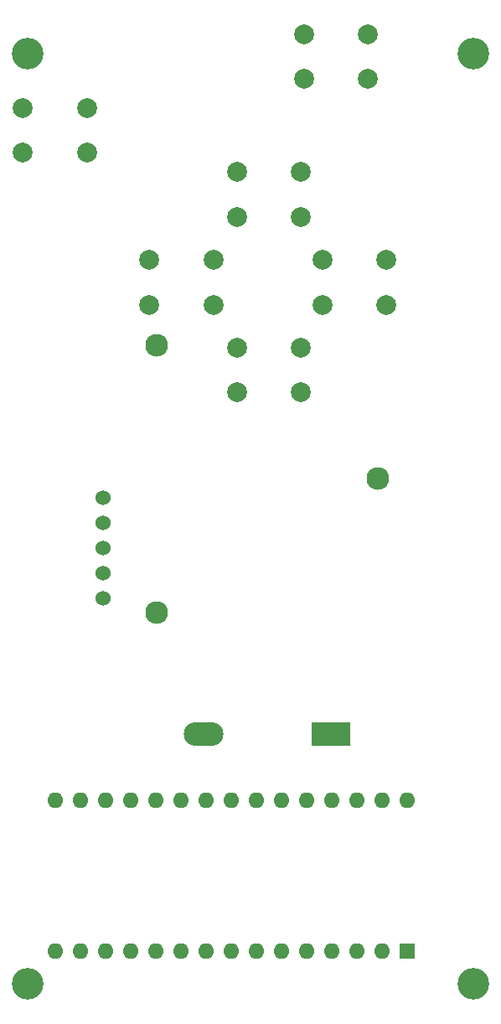
<source format=gbr>
%TF.GenerationSoftware,KiCad,Pcbnew,8.0.2*%
%TF.CreationDate,2024-05-13T00:31:24+01:00*%
%TF.ProjectId,Right_Controller_PCB_Bluetooth,52696768-745f-4436-9f6e-74726f6c6c65,V1.2*%
%TF.SameCoordinates,Original*%
%TF.FileFunction,Soldermask,Top*%
%TF.FilePolarity,Negative*%
%FSLAX46Y46*%
G04 Gerber Fmt 4.6, Leading zero omitted, Abs format (unit mm)*
G04 Created by KiCad (PCBNEW 8.0.2) date 2024-05-13 00:31:24*
%MOMM*%
%LPD*%
G01*
G04 APERTURE LIST*
%ADD10C,3.200000*%
%ADD11C,1.524000*%
%ADD12C,2.000000*%
%ADD13R,1.600000X1.600000*%
%ADD14O,1.600000X1.600000*%
%ADD15C,2.300000*%
%ADD16R,4.020000X2.410000*%
%ADD17O,4.020000X2.410000*%
G04 APERTURE END LIST*
D10*
%TO.C,H4*%
X121000000Y-145000000D03*
%TD*%
%TO.C,H3*%
X166000000Y-145000000D03*
%TD*%
%TO.C,H2*%
X166000000Y-51000000D03*
%TD*%
%TO.C,H1*%
X121000000Y-51000000D03*
%TD*%
D11*
%TO.C,JoystickR1*%
X128581250Y-95920000D03*
X128581250Y-98460000D03*
X128581250Y-101000000D03*
X128581250Y-103540000D03*
X128581250Y-106080000D03*
%TD*%
D12*
%TO.C,START_R1*%
X127000000Y-61000000D03*
X120500000Y-61000000D03*
X127000000Y-56500000D03*
X120500000Y-56500000D03*
%TD*%
%TO.C,X1*%
X133250000Y-71882000D03*
X139750000Y-71882000D03*
X133250000Y-76382000D03*
X139750000Y-76382000D03*
%TD*%
%TO.C,RIGHT_SHOULDER1*%
X148896000Y-49058000D03*
X155396000Y-49058000D03*
X148896000Y-53558000D03*
X155396000Y-53558000D03*
%TD*%
%TO.C,B1*%
X150750000Y-71882000D03*
X157250000Y-71882000D03*
X150750000Y-76382000D03*
X157250000Y-76382000D03*
%TD*%
%TO.C,Y1*%
X142118000Y-63000000D03*
X148618000Y-63000000D03*
X142118000Y-67500000D03*
X148618000Y-67500000D03*
%TD*%
D13*
%TO.C,CentralBoard1*%
X159360000Y-141740000D03*
D14*
X156820000Y-141740000D03*
X154280000Y-141740000D03*
X151740000Y-141740000D03*
X149200000Y-141740000D03*
X146660000Y-141740000D03*
X144120000Y-141740000D03*
X141580000Y-141740000D03*
X139040000Y-141740000D03*
X136500000Y-141740000D03*
X133960000Y-141740000D03*
X131420000Y-141740000D03*
X128880000Y-141740000D03*
X126340000Y-141740000D03*
X123800000Y-141740000D03*
X123800000Y-126500000D03*
X126340000Y-126500000D03*
X128880000Y-126500000D03*
X131420000Y-126500000D03*
X133960000Y-126500000D03*
X136500000Y-126500000D03*
X139040000Y-126500000D03*
X141580000Y-126500000D03*
X144120000Y-126500000D03*
X146660000Y-126500000D03*
X149200000Y-126500000D03*
X151740000Y-126500000D03*
X154280000Y-126500000D03*
X156820000Y-126500000D03*
X159360000Y-126500000D03*
%TD*%
D15*
%TO.C,BAT9V1*%
X134010000Y-107460000D03*
X156360000Y-93970000D03*
X134010000Y-80490000D03*
D16*
X151630000Y-119750000D03*
D17*
X138750000Y-119750000D03*
%TD*%
D12*
%TO.C,A1*%
X142118000Y-80750000D03*
X148618000Y-80750000D03*
X142118000Y-85250000D03*
X148618000Y-85250000D03*
%TD*%
M02*

</source>
